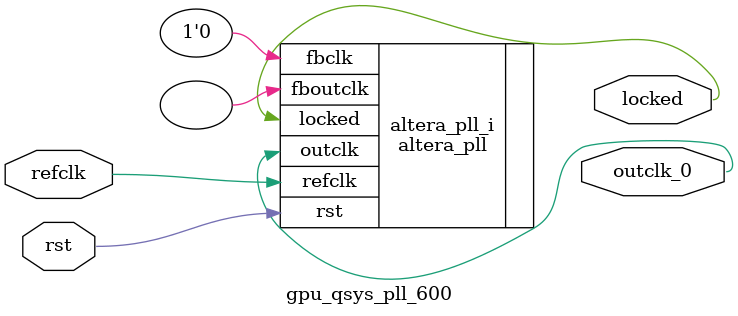
<source format=v>
`timescale 1ns/10ps
module  gpu_qsys_pll_600(

	// interface 'refclk'
	input wire refclk,

	// interface 'reset'
	input wire rst,

	// interface 'outclk0'
	output wire outclk_0,

	// interface 'locked'
	output wire locked
);

	altera_pll #(
		.fractional_vco_multiplier("false"),
		.reference_clock_frequency("50.0 MHz"),
		.operation_mode("direct"),
		.number_of_clocks(1),
		.output_clock_frequency0("600.000000 MHz"),
		.phase_shift0("0 ps"),
		.duty_cycle0(50),
		.output_clock_frequency1("0 MHz"),
		.phase_shift1("0 ps"),
		.duty_cycle1(50),
		.output_clock_frequency2("0 MHz"),
		.phase_shift2("0 ps"),
		.duty_cycle2(50),
		.output_clock_frequency3("0 MHz"),
		.phase_shift3("0 ps"),
		.duty_cycle3(50),
		.output_clock_frequency4("0 MHz"),
		.phase_shift4("0 ps"),
		.duty_cycle4(50),
		.output_clock_frequency5("0 MHz"),
		.phase_shift5("0 ps"),
		.duty_cycle5(50),
		.output_clock_frequency6("0 MHz"),
		.phase_shift6("0 ps"),
		.duty_cycle6(50),
		.output_clock_frequency7("0 MHz"),
		.phase_shift7("0 ps"),
		.duty_cycle7(50),
		.output_clock_frequency8("0 MHz"),
		.phase_shift8("0 ps"),
		.duty_cycle8(50),
		.output_clock_frequency9("0 MHz"),
		.phase_shift9("0 ps"),
		.duty_cycle9(50),
		.output_clock_frequency10("0 MHz"),
		.phase_shift10("0 ps"),
		.duty_cycle10(50),
		.output_clock_frequency11("0 MHz"),
		.phase_shift11("0 ps"),
		.duty_cycle11(50),
		.output_clock_frequency12("0 MHz"),
		.phase_shift12("0 ps"),
		.duty_cycle12(50),
		.output_clock_frequency13("0 MHz"),
		.phase_shift13("0 ps"),
		.duty_cycle13(50),
		.output_clock_frequency14("0 MHz"),
		.phase_shift14("0 ps"),
		.duty_cycle14(50),
		.output_clock_frequency15("0 MHz"),
		.phase_shift15("0 ps"),
		.duty_cycle15(50),
		.output_clock_frequency16("0 MHz"),
		.phase_shift16("0 ps"),
		.duty_cycle16(50),
		.output_clock_frequency17("0 MHz"),
		.phase_shift17("0 ps"),
		.duty_cycle17(50),
		.pll_type("General"),
		.pll_subtype("General")
	) altera_pll_i (
		.rst	(rst),
		.outclk	({outclk_0}),
		.locked	(locked),
		.fboutclk	( ),
		.fbclk	(1'b0),
		.refclk	(refclk)
	);
endmodule


</source>
